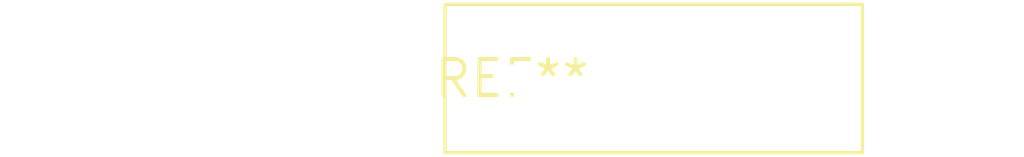
<source format=kicad_pcb>
(kicad_pcb (version 20240108) (generator pcbnew)
  (layers (0 "F.Cu" signal) (31 "B.Cu" signal) (34 "B.Paste" user) (35 "F.Paste" user) (36 "B.SilkS" user "B.Silkscreen") (37 "F.SilkS" user "F.Silkscreen") (38 "B.Mask" user) (39 "F.Mask" user) (44 "Edge.Cuts" user))
  (net 0 "")
  (footprint "C_Disc_D14.5mm_W5.0mm_P10.00mm" (layer "F.Cu") (at 0 0)
    (property "Reference" "REF**")
    (property "Value" "C_Disc_D14.5mm_W5.0mm_P10.00mm")
    (fp_line (start -2.37 -2.62) (end -2.37 2.62) (layer "F.SilkS") (stroke (width 0.12)))
    (fp_line (start -2.37 -2.62) (end 12.37 -2.62) (layer "F.SilkS") (stroke (width 0.12)))
    (fp_line (start -2.37 2.62) (end 12.37 2.62) (layer "F.SilkS") (stroke (width 0.12)))
    (fp_line (start 12.37 -2.62) (end 12.37 2.62) (layer "F.SilkS") (stroke (width 0.12)))
    (pad "1" thru_hole circle (at 0 0) (size 2 2) (drill 1) (layers *.Cu *.Mask) (remove_unused_layers))
    (pad "2" thru_hole circle (at 10 0) (size 2 2) (drill 1) (layers *.Cu *.Mask) (remove_unused_layers))
  )
)
</source>
